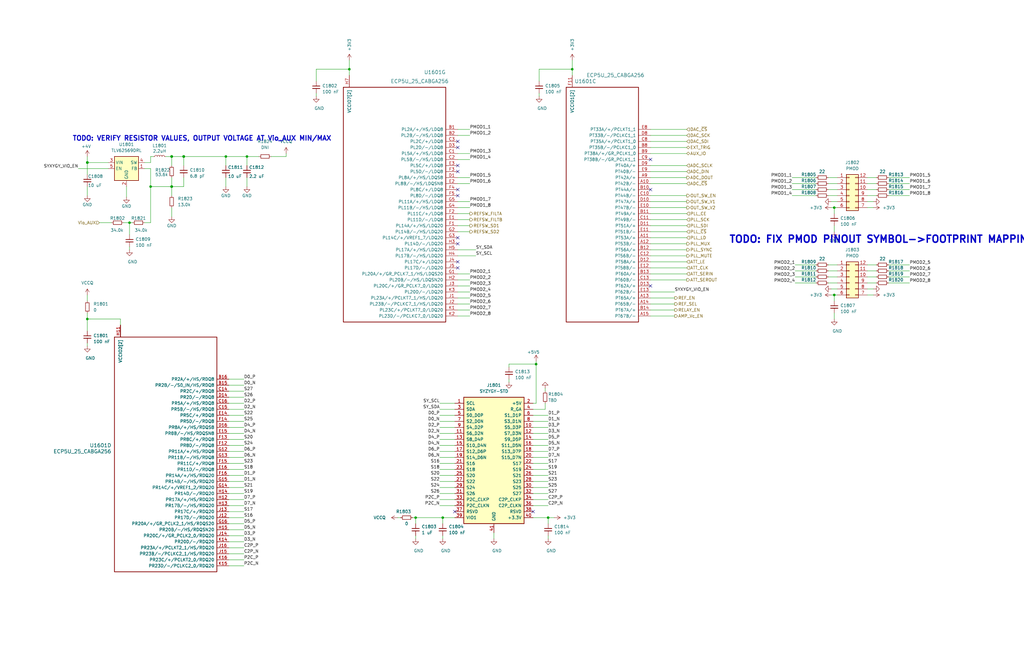
<source format=kicad_sch>
(kicad_sch (version 20211123) (generator eeschema)
  (paper "B")
  (junction (at 36.83 68.58) (diameter 1.016))
  (junction (at 231.14 218.44) (diameter 0.9144))
  (junction (at 226.06 153.67) (diameter 0.9144))
  (junction (at 186.69 218.44) (diameter 0.9144))
  (junction (at 241.3 29.21) (diameter 0.9144))
  (junction (at 104.14 66.04) (diameter 0.9144))
  (junction (at 77.47 66.04) (diameter 1.016))
  (junction (at 63.5 78.74) (diameter 0.9144))
  (junction (at 95.25 66.04) (diameter 0.9144))
  (junction (at 351.79 87.63) (diameter 0.9144))
  (junction (at 72.39 66.04) (diameter 1.016))
  (junction (at 36.83 134.62) (diameter 0.9144))
  (junction (at 54.61 93.98) (diameter 0.9144))
  (junction (at 72.39 78.74) (diameter 1.016))
  (junction (at 147.32 29.21) (diameter 0.9144))
  (junction (at 175.26 218.44) (diameter 0.9144))
  (junction (at 351.79 124.46) (diameter 0.9144))
  (no_connect (at 274.32 120.65))
  (no_connect (at 193.04 59.69))
  (no_connect (at 193.04 62.23))
  (no_connect (at 193.04 69.85))
  (no_connect (at 193.04 72.39))
  (no_connect (at 193.04 80.01))
  (no_connect (at 193.04 82.55))
  (no_connect (at 193.04 100.33))
  (no_connect (at 193.04 102.87))
  (no_connect (at 193.04 110.49))
  (no_connect (at 193.04 113.03))
  (no_connect (at 191.77 215.9))
  (no_connect (at 224.79 215.9))
  (no_connect (at 274.32 67.31))
  (no_connect (at 274.32 80.01))
  (wire (pts (xy 36.83 78.74) (xy 36.83 82.55)))
  (wire (pts (xy 96.52 228.6) (xy 102.87 228.6)))
  (wire (pts (xy 96.52 182.88) (xy 102.87 182.88)))
  (wire (pts (xy 96.52 177.8) (xy 102.87 177.8)))
  (wire (pts (xy 96.52 172.72) (xy 102.87 172.72)))
  (wire (pts (xy 185.42 198.12) (xy 191.77 198.12)))
  (wire (pts (xy 96.52 220.98) (xy 102.87 220.98)))
  (wire (pts (xy 224.79 205.74) (xy 231.14 205.74)))
  (wire (pts (xy 274.32 72.39) (xy 289.56 72.39)))
  (wire (pts (xy 96.52 200.66) (xy 102.87 200.66)))
  (wire (pts (xy 274.32 77.47) (xy 289.56 77.47)))
  (wire (pts (xy 289.56 115.57) (xy 274.32 115.57)))
  (wire (pts (xy 274.32 100.33) (xy 289.56 100.33)))
  (wire (pts (xy 274.32 87.63) (xy 289.56 87.63)))
  (wire (pts (xy 334.01 80.01) (xy 344.17 80.01)))
  (wire (pts (xy 96.52 167.64) (xy 102.87 167.64)))
  (wire (pts (xy 185.42 203.2) (xy 191.77 203.2)))
  (wire (pts (xy 214.63 153.67) (xy 226.06 153.67)))
  (wire (pts (xy 214.63 154.94) (xy 214.63 153.67)))
  (wire (pts (xy 95.25 66.04) (xy 104.14 66.04)))
  (wire (pts (xy 104.14 66.04) (xy 109.22 66.04)))
  (wire (pts (xy 365.76 80.01) (xy 369.57 80.01)))
  (wire (pts (xy 96.52 238.76) (xy 102.87 238.76)))
  (wire (pts (xy 185.42 205.74) (xy 191.77 205.74)))
  (wire (pts (xy 96.52 195.58) (xy 102.87 195.58)))
  (wire (pts (xy 274.32 62.23) (xy 289.56 62.23)))
  (wire (pts (xy 198.12 77.47) (xy 193.04 77.47)))
  (wire (pts (xy 350.52 87.63) (xy 351.79 87.63)))
  (wire (pts (xy 351.79 87.63) (xy 353.06 87.63)))
  (wire (pts (xy 374.65 77.47) (xy 383.54 77.47)))
  (wire (pts (xy 36.83 134.62) (xy 36.83 139.7)))
  (wire (pts (xy 198.12 130.81) (xy 193.04 130.81)))
  (wire (pts (xy 224.79 190.5) (xy 231.14 190.5)))
  (wire (pts (xy 274.32 133.35) (xy 284.48 133.35)))
  (wire (pts (xy 353.06 116.84) (xy 349.25 116.84)))
  (wire (pts (xy 224.79 175.26) (xy 231.14 175.26)))
  (wire (pts (xy 334.01 77.47) (xy 344.17 77.47)))
  (wire (pts (xy 167.64 218.44) (xy 168.91 218.44)))
  (wire (pts (xy 95.25 66.04) (xy 95.25 69.85)))
  (wire (pts (xy 365.76 121.92) (xy 368.3 121.92)))
  (wire (pts (xy 96.52 223.52) (xy 102.87 223.52)))
  (wire (pts (xy 241.3 25.4) (xy 241.3 29.21)))
  (wire (pts (xy 365.76 114.3) (xy 369.57 114.3)))
  (wire (pts (xy 353.06 77.47) (xy 349.25 77.47)))
  (wire (pts (xy 365.76 87.63) (xy 368.3 87.63)))
  (wire (pts (xy 365.76 74.93) (xy 369.57 74.93)))
  (wire (pts (xy 193.04 90.17) (xy 198.12 90.17)))
  (wire (pts (xy 185.42 175.26) (xy 191.77 175.26)))
  (wire (pts (xy 36.83 144.78) (xy 36.83 146.05)))
  (wire (pts (xy 229.87 163.83) (xy 229.87 165.1)))
  (wire (pts (xy 185.42 185.42) (xy 191.77 185.42)))
  (wire (pts (xy 185.42 187.96) (xy 191.77 187.96)))
  (wire (pts (xy 63.5 66.04) (xy 64.77 66.04)))
  (wire (pts (xy 224.79 213.36) (xy 231.14 213.36)))
  (wire (pts (xy 36.83 68.58) (xy 45.72 68.58)))
  (wire (pts (xy 96.52 233.68) (xy 102.87 233.68)))
  (wire (pts (xy 193.04 107.95) (xy 200.66 107.95)))
  (wire (pts (xy 224.79 200.66) (xy 231.14 200.66)))
  (wire (pts (xy 53.34 78.74) (xy 53.34 83.185)))
  (wire (pts (xy 224.79 185.42) (xy 231.14 185.42)))
  (wire (pts (xy 351.79 132.08) (xy 351.79 134.62)))
  (wire (pts (xy 96.52 165.1) (xy 102.87 165.1)))
  (wire (pts (xy 198.12 115.57) (xy 193.04 115.57)))
  (wire (pts (xy 274.32 102.87) (xy 289.56 102.87)))
  (wire (pts (xy 96.52 190.5) (xy 102.87 190.5)))
  (wire (pts (xy 186.69 226.06) (xy 186.69 227.33)))
  (wire (pts (xy 198.12 120.65) (xy 193.04 120.65)))
  (wire (pts (xy 374.65 82.55) (xy 383.54 82.55)))
  (wire (pts (xy 120.65 64.77) (xy 120.65 66.04)))
  (wire (pts (xy 120.65 66.04) (xy 114.3 66.04)))
  (wire (pts (xy 36.83 132.08) (xy 36.83 134.62)))
  (wire (pts (xy 274.32 123.19) (xy 284.48 123.19)))
  (wire (pts (xy 365.76 124.46) (xy 368.3 124.46)))
  (wire (pts (xy 198.12 123.19) (xy 193.04 123.19)))
  (wire (pts (xy 185.42 182.88) (xy 191.77 182.88)))
  (wire (pts (xy 72.39 66.04) (xy 77.47 66.04)))
  (wire (pts (xy 96.52 231.14) (xy 102.87 231.14)))
  (wire (pts (xy 335.28 111.76) (xy 344.17 111.76)))
  (wire (pts (xy 96.52 203.2) (xy 102.87 203.2)))
  (wire (pts (xy 96.52 205.74) (xy 102.87 205.74)))
  (wire (pts (xy 365.76 116.84) (xy 369.57 116.84)))
  (wire (pts (xy 198.12 85.09) (xy 193.04 85.09)))
  (wire (pts (xy 224.79 195.58) (xy 231.14 195.58)))
  (wire (pts (xy 96.52 208.28) (xy 102.87 208.28)))
  (wire (pts (xy 60.96 93.98) (xy 63.5 93.98)))
  (wire (pts (xy 63.5 93.98) (xy 63.5 78.74)))
  (wire (pts (xy 185.42 180.34) (xy 191.77 180.34)))
  (wire (pts (xy 185.42 213.36) (xy 191.77 213.36)))
  (wire (pts (xy 350.52 121.92) (xy 353.06 121.92)))
  (wire (pts (xy 198.12 125.73) (xy 193.04 125.73)))
  (wire (pts (xy 104.14 66.04) (xy 104.14 69.85)))
  (wire (pts (xy 96.52 213.36) (xy 102.87 213.36)))
  (wire (pts (xy 52.07 93.98) (xy 54.61 93.98)))
  (wire (pts (xy 54.61 93.98) (xy 55.88 93.98)))
  (wire (pts (xy 175.26 226.06) (xy 175.26 227.33)))
  (wire (pts (xy 224.79 180.34) (xy 231.14 180.34)))
  (wire (pts (xy 241.3 29.21) (xy 241.3 31.75)))
  (wire (pts (xy 185.42 195.58) (xy 191.77 195.58)))
  (wire (pts (xy 274.32 82.55) (xy 289.56 82.55)))
  (wire (pts (xy 133.35 29.21) (xy 133.35 34.29)))
  (wire (pts (xy 353.06 119.38) (xy 349.25 119.38)))
  (wire (pts (xy 96.52 175.26) (xy 102.87 175.26)))
  (wire (pts (xy 231.14 218.44) (xy 231.14 220.98)))
  (wire (pts (xy 198.12 128.27) (xy 193.04 128.27)))
  (wire (pts (xy 63.5 71.12) (xy 60.96 71.12)))
  (wire (pts (xy 173.99 218.44) (xy 175.26 218.44)))
  (wire (pts (xy 185.42 177.8) (xy 191.77 177.8)))
  (wire (pts (xy 96.52 170.18) (xy 102.87 170.18)))
  (wire (pts (xy 274.32 92.71) (xy 289.56 92.71)))
  (wire (pts (xy 96.52 236.22) (xy 102.87 236.22)))
  (wire (pts (xy 208.28 224.79) (xy 208.28 227.33)))
  (wire (pts (xy 274.32 95.25) (xy 289.56 95.25)))
  (wire (pts (xy 41.91 93.98) (xy 46.99 93.98)))
  (wire (pts (xy 227.33 29.21) (xy 241.3 29.21)))
  (wire (pts (xy 274.32 107.95) (xy 289.56 107.95)))
  (wire (pts (xy 224.79 218.44) (xy 231.14 218.44)))
  (wire (pts (xy 231.14 218.44) (xy 233.68 218.44)))
  (wire (pts (xy 224.79 182.88) (xy 231.14 182.88)))
  (wire (pts (xy 274.32 57.15) (xy 289.56 57.15)))
  (wire (pts (xy 374.65 80.01) (xy 383.54 80.01)))
  (wire (pts (xy 198.12 74.93) (xy 193.04 74.93)))
  (wire (pts (xy 185.42 170.18) (xy 191.77 170.18)))
  (wire (pts (xy 351.79 87.63) (xy 351.79 90.17)))
  (wire (pts (xy 227.33 29.21) (xy 227.33 34.29)))
  (wire (pts (xy 147.32 29.21) (xy 147.32 31.75)))
  (wire (pts (xy 198.12 118.11) (xy 193.04 118.11)))
  (wire (pts (xy 226.06 152.4) (xy 226.06 153.67)))
  (wire (pts (xy 226.06 153.67) (xy 226.06 170.18)))
  (wire (pts (xy 226.06 170.18) (xy 224.79 170.18)))
  (wire (pts (xy 54.61 104.14) (xy 54.61 105.41)))
  (wire (pts (xy 224.79 203.2) (xy 231.14 203.2)))
  (wire (pts (xy 224.79 193.04) (xy 231.14 193.04)))
  (wire (pts (xy 193.04 97.79) (xy 198.12 97.79)))
  (wire (pts (xy 274.32 97.79) (xy 289.56 97.79)))
  (wire (pts (xy 274.32 85.09) (xy 289.56 85.09)))
  (wire (pts (xy 72.39 87.63) (xy 72.39 91.44)))
  (wire (pts (xy 353.06 82.55) (xy 349.25 82.55)))
  (wire (pts (xy 77.47 74.93) (xy 77.47 78.74)))
  (wire (pts (xy 96.52 160.02) (xy 102.87 160.02)))
  (wire (pts (xy 335.28 116.84) (xy 344.17 116.84)))
  (wire (pts (xy 185.42 172.72) (xy 191.77 172.72)))
  (wire (pts (xy 289.56 113.03) (xy 274.32 113.03)))
  (wire (pts (xy 274.32 64.77) (xy 289.56 64.77)))
  (wire (pts (xy 274.32 105.41) (xy 289.56 105.41)))
  (wire (pts (xy 96.52 218.44) (xy 102.87 218.44)))
  (wire (pts (xy 36.83 66.04) (xy 36.83 68.58)))
  (wire (pts (xy 193.04 105.41) (xy 200.66 105.41)))
  (wire (pts (xy 77.47 66.04) (xy 95.25 66.04)))
  (wire (pts (xy 198.12 67.31) (xy 193.04 67.31)))
  (wire (pts (xy 374.65 114.3) (xy 383.54 114.3)))
  (wire (pts (xy 214.63 160.02) (xy 214.63 161.29)))
  (wire (pts (xy 72.39 78.74) (xy 63.5 78.74)))
  (wire (pts (xy 353.06 74.93) (xy 349.25 74.93)))
  (wire (pts (xy 374.65 111.76) (xy 383.54 111.76)))
  (wire (pts (xy 224.79 198.12) (xy 231.14 198.12)))
  (wire (pts (xy 198.12 54.61) (xy 193.04 54.61)))
  (wire (pts (xy 374.65 119.38) (xy 383.54 119.38)))
  (wire (pts (xy 96.52 185.42) (xy 102.87 185.42)))
  (wire (pts (xy 69.85 66.04) (xy 72.39 66.04)))
  (wire (pts (xy 351.79 95.25) (xy 351.79 97.79)))
  (wire (pts (xy 350.52 85.09) (xy 353.06 85.09)))
  (wire (pts (xy 77.47 78.74) (xy 72.39 78.74)))
  (wire (pts (xy 353.06 80.01) (xy 349.25 80.01)))
  (wire (pts (xy 72.39 78.74) (xy 72.39 82.55)))
  (wire (pts (xy 72.39 66.04) (xy 72.39 69.85)))
  (wire (pts (xy 224.79 208.28) (xy 231.14 208.28)))
  (wire (pts (xy 96.52 215.9) (xy 102.87 215.9)))
  (wire (pts (xy 54.61 93.98) (xy 54.61 99.06)))
  (wire (pts (xy 96.52 180.34) (xy 102.87 180.34)))
  (wire (pts (xy 33.02 71.12) (xy 45.72 71.12)))
  (wire (pts (xy 274.32 130.81) (xy 284.48 130.81)))
  (wire (pts (xy 227.33 39.37) (xy 227.33 40.64)))
  (wire (pts (xy 198.12 57.15) (xy 193.04 57.15)))
  (wire (pts (xy 353.06 114.3) (xy 349.25 114.3)))
  (wire (pts (xy 186.69 218.44) (xy 186.69 220.98)))
  (wire (pts (xy 185.42 210.82) (xy 191.77 210.82)))
  (wire (pts (xy 104.14 74.93) (xy 104.14 78.74)))
  (wire (pts (xy 36.83 134.62) (xy 50.8 134.62)))
  (wire (pts (xy 374.65 74.93) (xy 383.54 74.93)))
  (wire (pts (xy 63.5 66.04) (xy 63.5 68.58)))
  (wire (pts (xy 95.25 74.93) (xy 95.25 78.74)))
  (wire (pts (xy 365.76 111.76) (xy 369.57 111.76)))
  (wire (pts (xy 96.52 162.56) (xy 102.87 162.56)))
  (wire (pts (xy 36.83 124.46) (xy 36.83 127)))
  (wire (pts (xy 274.32 125.73) (xy 284.48 125.73)))
  (wire (pts (xy 96.52 198.12) (xy 102.87 198.12)))
  (wire (pts (xy 175.26 218.44) (xy 175.26 220.98)))
  (wire (pts (xy 274.32 128.27) (xy 284.48 128.27)))
  (wire (pts (xy 96.52 226.06) (xy 102.87 226.06)))
  (wire (pts (xy 224.79 177.8) (xy 231.14 177.8)))
  (wire (pts (xy 365.76 77.47) (xy 369.57 77.47)))
  (wire (pts (xy 350.52 124.46) (xy 351.79 124.46)))
  (wire (pts (xy 351.79 124.46) (xy 353.06 124.46)))
  (wire (pts (xy 133.35 29.21) (xy 147.32 29.21)))
  (wire (pts (xy 335.28 119.38) (xy 344.17 119.38)))
  (wire (pts (xy 365.76 82.55) (xy 369.57 82.55)))
  (wire (pts (xy 175.26 218.44) (xy 186.69 218.44)))
  (wire (pts (xy 186.69 218.44) (xy 191.77 218.44)))
  (wire (pts (xy 147.32 25.4) (xy 147.32 29.21)))
  (wire (pts (xy 374.65 116.84) (xy 383.54 116.84)))
  (wire (pts (xy 351.79 124.46) (xy 351.79 127)))
  (wire (pts (xy 96.52 193.04) (xy 102.87 193.04)))
  (wire (pts (xy 289.56 118.11) (xy 274.32 118.11)))
  (wire (pts (xy 335.28 114.3) (xy 344.17 114.3)))
  (wire (pts (xy 198.12 133.35) (xy 193.04 133.35)))
  (wire (pts (xy 50.8 134.62) (xy 50.8 137.16)))
  (wire (pts (xy 96.52 210.82) (xy 102.87 210.82)))
  (wire (pts (xy 133.35 39.37) (xy 133.35 40.64)))
  (wire (pts (xy 274.32 54.61) (xy 289.56 54.61)))
  (wire (pts (xy 231.14 226.06) (xy 231.14 227.33)))
  (wire (pts (xy 63.5 78.74) (xy 63.5 71.12)))
  (wire (pts (xy 185.42 193.04) (xy 191.77 193.04)))
  (wire (pts (xy 365.76 85.09) (xy 368.3 85.09)))
  (wire (pts (xy 353.06 111.76) (xy 349.25 111.76)))
  (wire (pts (xy 224.79 210.82) (xy 231.14 210.82)))
  (wire (pts (xy 96.52 187.96) (xy 102.87 187.96)))
  (wire (pts (xy 224.79 187.96) (xy 231.14 187.96)))
  (wire (pts (xy 185.42 200.66) (xy 191.77 200.66)))
  (wire (pts (xy 198.12 87.63) (xy 193.04 87.63)))
  (wire (pts (xy 274.32 90.17) (xy 289.56 90.17)))
  (wire (pts (xy 365.76 119.38) (xy 369.57 119.38)))
  (wire (pts (xy 185.42 190.5) (xy 191.77 190.5)))
  (wire (pts (xy 77.47 66.04) (xy 77.47 69.85)))
  (wire (pts (xy 274.32 59.69) (xy 289.56 59.69)))
  (wire (pts (xy 193.04 92.71) (xy 198.12 92.71)))
  (wire (pts (xy 334.01 82.55) (xy 344.17 82.55)))
  (wire (pts (xy 274.32 74.93) (xy 289.56 74.93)))
  (wire (pts (xy 36.83 68.58) (xy 36.83 73.66)))
  (wire (pts (xy 193.04 95.25) (xy 198.12 95.25)))
  (wire (pts (xy 198.12 64.77) (xy 193.04 64.77)))
  (wire (pts (xy 274.32 69.85) (xy 289.56 69.85)))
  (wire (pts (xy 72.39 74.93) (xy 72.39 78.74)))
  (wire (pts (xy 63.5 68.58) (xy 60.96 68.58)))
  (wire (pts (xy 224.79 172.72) (xy 229.87 172.72)))
  (wire (pts (xy 229.87 172.72) (xy 229.87 170.18)))
  (wire (pts (xy 289.56 110.49) (xy 274.32 110.49)))
  (wire (pts (xy 334.01 74.93) (xy 344.17 74.93)))
  (wire (pts (xy 185.42 208.28) (xy 191.77 208.28)))
  (text "TODO: FIX PMOD PINOUT SYMBOL->FOOTPRINT MAPPING" (at 307.34 102.87 0) (effects (font (size 3 3) (thickness 0.6) bold) (justify left bottom)))
  (text "TODO: VERIFY RESISTOR VALUES, OUTPUT VOLTAGE AT Vio_AUX MIN/MAX" (at 30.48 59.69 0) (effects (font (size 2 2) (thickness 0.4) bold) (justify left bottom)))
  (label "S20" (at 102.87 185.42 0))
  (label "PMOD1_3" (at 334.01 80.01 180))
  (label "SYXYGY_VIO_EN" (at 284.48 123.19 0))
  (label "S22" (at 102.87 175.26 0))
  (label "PMOD2_8" (at 383.54 119.38 0))
  (label "PMOD2_3" (at 198.12 120.65 0))
  (label "D3_P" (at 102.87 226.06 0))
  (label "PMOD1_5" (at 383.54 74.93 0))
  (label "S23" (at 102.87 195.58 0))
  (label "SY_SCL" (at 200.66 107.95 0))
  (label "PMOD1_8" (at 198.12 87.63 0))
  (label "S26" (at 185.42 208.28 180))
  (label "PMOD1_1" (at 334.01 74.93 180))
  (label "D1_P" (at 102.87 200.66 0))
  (label "PMOD2_6" (at 198.12 128.27 0))
  (label "P2C_P" (at 102.87 236.22 0))
  (label "S17" (at 102.87 215.9 0))
  (label "D1_N" (at 102.87 203.2 0))
  (label "D4_N" (at 102.87 182.88 0))
  (label "PMOD1_2" (at 334.01 77.47 180))
  (label "D6_P" (at 185.42 190.5 180))
  (label "C2P_P" (at 102.87 231.14 0))
  (label "PMOD1_3" (at 198.12 64.77 0))
  (label "PMOD1_5" (at 198.12 74.93 0))
  (label "PMOD2_5" (at 383.54 111.76 0))
  (label "D4_P" (at 102.87 180.34 0))
  (label "PMOD2_1" (at 335.28 111.76 180))
  (label "S18" (at 102.87 198.12 0))
  (label "S24" (at 185.42 205.74 180))
  (label "C2P_N" (at 231.14 213.36 0))
  (label "PMOD2_4" (at 335.28 119.38 180))
  (label "SY_SDA" (at 185.42 172.72 180))
  (label "PMOD2_1" (at 198.12 115.57 0))
  (label "D6_P" (at 102.87 190.5 0))
  (label "S25" (at 231.14 205.74 0))
  (label "S16" (at 185.42 195.58 180))
  (label "PMOD2_5" (at 198.12 125.73 0))
  (label "D7_P" (at 102.87 210.82 0))
  (label "P2C_N" (at 102.87 238.76 0))
  (label "S19" (at 231.14 198.12 0))
  (label "D1_P" (at 231.14 175.26 0))
  (label "S25" (at 102.87 177.8 0))
  (label "C2P_P" (at 231.14 210.82 0))
  (label "PMOD2_2" (at 335.28 114.3 180))
  (label "P2C_N" (at 185.42 213.36 180))
  (label "PMOD1_7" (at 198.12 85.09 0))
  (label "S26" (at 102.87 167.64 0))
  (label "PMOD1_4" (at 334.01 82.55 180))
  (label "PMOD1_6" (at 383.54 77.47 0))
  (label "S22" (at 185.42 203.2 180))
  (label "S17" (at 231.14 195.58 0))
  (label "S20" (at 185.42 200.66 180))
  (label "PMOD1_6" (at 198.12 77.47 0))
  (label "D5_N" (at 102.87 223.52 0))
  (label "D7_P" (at 231.14 190.5 0))
  (label "S19" (at 102.87 208.28 0))
  (label "PMOD2_8" (at 198.12 133.35 0))
  (label "D2_N" (at 102.87 172.72 0))
  (label "D5_P" (at 231.14 185.42 0))
  (label "D5_N" (at 231.14 187.96 0))
  (label "D2_P" (at 185.42 180.34 180))
  (label "S24" (at 102.87 187.96 0))
  (label "PMOD1_8" (at 383.54 82.55 0))
  (label "D1_N" (at 231.14 177.8 0))
  (label "S21" (at 102.87 205.74 0))
  (label "D7_N" (at 231.14 193.04 0))
  (label "D3_P" (at 231.14 180.34 0))
  (label "C2P_N" (at 102.87 233.68 0))
  (label "PMOD1_2" (at 198.12 57.15 0))
  (label "S21" (at 231.14 200.66 0))
  (label "D2_P" (at 102.87 170.18 0))
  (label "D4_P" (at 185.42 185.42 180))
  (label "PMOD2_7" (at 198.12 130.81 0))
  (label "PMOD2_2" (at 198.12 118.11 0))
  (label "P2C_P" (at 185.42 210.82 180))
  (label "S16" (at 102.87 218.44 0))
  (label "PMOD1_4" (at 198.12 67.31 0))
  (label "D6_N" (at 185.42 193.04 180))
  (label "D6_N" (at 102.87 193.04 0))
  (label "PMOD1_1" (at 198.12 54.61 0))
  (label "D0_N" (at 185.42 177.8 180))
  (label "S23" (at 231.14 203.2 0))
  (label "S27" (at 231.14 208.28 0))
  (label "D0_P" (at 185.42 175.26 180))
  (label "D0_N" (at 102.87 162.56 0))
  (label "PMOD2_6" (at 383.54 114.3 0))
  (label "SY_SCL" (at 185.42 170.18 180))
  (label "PMOD2_3" (at 335.28 116.84 180))
  (label "D0_P" (at 102.87 160.02 0))
  (label "SY_SDA" (at 200.66 105.41 0))
  (label "D4_N" (at 185.42 187.96 180))
  (label "D7_N" (at 102.87 213.36 0))
  (label "D5_P" (at 102.87 220.98 0))
  (label "D3_N" (at 102.87 228.6 0))
  (label "S27" (at 102.87 165.1 0))
  (label "SYXYGY_VIO_EN" (at 33.02 71.12 180))
  (label "PMOD1_7" (at 383.54 80.01 0))
  (label "PMOD2_4" (at 198.12 123.19 0))
  (label "PMOD2_7" (at 383.54 116.84 0))
  (label "D2_N" (at 185.42 182.88 180))
  (label "S18" (at 185.42 198.12 180))
  (label "D3_N" (at 231.14 182.88 0))
  (hierarchical_label "DAC_~{CS}" (shape input) (at 289.56 54.61 0))
  (hierarchical_label "AUX_IO" (shape bidirectional) (at 289.56 64.77 0))
  (hierarchical_label "ATT_LE" (shape input) (at 289.56 110.49 0))
  (hierarchical_label "EXT_TRIG" (shape bidirectional) (at 289.56 62.23 0))
  (hierarchical_label "REFSW_SD2" (shape output) (at 198.12 97.79 0))
  (hierarchical_label "ATT_SEROUT" (shape output) (at 289.56 118.11 0))
  (hierarchical_label "ADC_SCLK" (shape input) (at 289.56 69.85 0))
  (hierarchical_label "DAC_SDI" (shape input) (at 289.56 59.69 0))
  (hierarchical_label "PLL_~{CS}" (shape input) (at 289.56 97.79 0))
  (hierarchical_label "REFSW_SD1" (shape output) (at 198.12 95.25 0))
  (hierarchical_label "PLL_LD" (shape input) (at 289.56 100.33 0))
  (hierarchical_label "REFSW_FILTA" (shape output) (at 198.12 90.17 0))
  (hierarchical_label "ADC_~{CS}" (shape input) (at 289.56 77.47 0))
  (hierarchical_label "ADC_DOUT" (shape output) (at 289.56 74.93 0))
  (hierarchical_label "PLL_MUTE" (shape output) (at 289.56 107.95 0))
  (hierarchical_label "REF_SEL" (shape output) (at 284.48 128.27 0))
  (hierarchical_label "PLL_MUX" (shape output) (at 289.56 102.87 0))
  (hierarchical_label "PLL_SYNC" (shape output) (at 289.56 105.41 0))
  (hierarchical_label "PLL_CE" (shape input) (at 289.56 90.17 0))
  (hierarchical_label "AMP_Vc_EN" (shape output) (at 284.48 133.35 0))
  (hierarchical_label "OUT_SW_EN" (shape output) (at 289.56 82.55 0))
  (hierarchical_label "RELAY_EN" (shape output) (at 284.48 130.81 0))
  (hierarchical_label "ADC_DIN" (shape input) (at 289.56 72.39 0))
  (hierarchical_label "REFSW_FILTB" (shape output) (at 198.12 92.71 0))
  (hierarchical_label "PLL_SDI" (shape input) (at 289.56 95.25 0))
  (hierarchical_label "PLL_SCK" (shape input) (at 289.56 92.71 0))
  (hierarchical_label "REF_EN" (shape output) (at 284.48 125.73 0))
  (hierarchical_label "ATT_SERIN" (shape input) (at 289.56 115.57 0))
  (hierarchical_label "OUT_SW_V2" (shape output) (at 289.56 87.63 0))
  (hierarchical_label "DAC_SCK" (shape input) (at 289.56 57.15 0))
  (hierarchical_label "OUT_SW_V1" (shape output) (at 289.56 85.09 0))
  (hierarchical_label "Vio_AUX" (shape input) (at 41.91 93.98 180))
  (hierarchical_label "ATT_CLK" (shape input) (at 289.56 113.03 0))
  (symbol (lib_id "power:GND") (at 36.83 82.55 0) (unit 1)
    (property "Reference" "#PWR01803" (effects hide))
    (property "Value" "GND" (at 36.83 86.36 0))
  )
  (symbol (lib_id "power:+3V3") (at 147.32 25.4 0) (unit 1)
    (property "Reference" "#PWR01805" (effects hide))
    (property "Value" "+3V3" (at 147.32 21.59 90) (effects (justify left)))
  )
  (symbol (lib_id "power:GND") (at 72.39 91.44 0) (unit 1)
    (property "Reference" "#PWR01828" (effects hide))
    (property "Value" "GND" (at 72.39 95.25 0))
  )
  (symbol (lib_id "power:GND") (at 350.52 121.92 270) (unit 1)
    (property "Reference" "#PWR01817" (effects hide))
    (property "Value" "GND" (effects hide))
  )
  (symbol (lib_id "Device:C_Small") (at 351.79 92.71 0) (unit 1)
    (property "Reference" "C1806" (at 354.33 92.0749 0) (effects (justify left)))
    (property "Value" "100 nF" (at 354.33 94.6149 0) (effects (justify left)))
    (property "Footprint" "Capacitor_SMD:C_0402_1005Metric" (effects hide))
  )
  (symbol (lib_id "power:GND") (at 231.14 227.33 0) (unit 1)
    (property "Reference" "#PWR0109" (effects hide))
    (property "Value" "GND" (at 232.41 232.41 0))
  )
  (symbol (lib_id "Device:R_Small") (at 346.71 82.55 270) (mirror x) (unit 1)
    (property "Reference" "R1808" (at 344.17 81.28 90) (effects (justify right)))
    (property "Value" "22" (effects hide))
    (property "Footprint" "Resistor_SMD:R_0402_1005Metric" (effects hide))
    (property "Source" "ANY" (effects hide))
    (property "Key" "res-0402-10k" (effects hide))
  )
  (symbol (lib_id "vna_mm:SYZYGY-STD") (at 208.28 191.77 0) (unit 1)
    (property "Reference" "J1801" (at 208.28 162.56 0))
    (property "Value" "SYZYGY-STD" (at 208.28 165.1 0))
    (property "Footprint" "vna_mm:SYZYGY_standard_carrier" (effects hide))
  )
  (symbol (lib_id "Device:R_Small") (at 346.71 74.93 270) (mirror x) (unit 1)
    (property "Reference" "R1805" (at 344.17 73.66 90) (effects (justify right)))
    (property "Value" "22" (at 347.98 72.39 90) (effects (justify right)))
    (property "Footprint" "Resistor_SMD:R_0402_1005Metric" (effects hide))
    (property "Source" "ANY" (effects hide))
    (property "Key" "res-0402-10k" (effects hide))
  )
  (symbol (lib_id "power:GND") (at 368.3 121.92 90) (unit 1)
    (property "Reference" "#PWR01823" (effects hide))
    (property "Value" "GND" (effects hide))
  )
  (symbol (lib_id "power:GND") (at 186.69 227.33 0) (unit 1)
    (property "Reference" "#PWR01808" (effects hide))
    (property "Value" "GND" (at 187.96 232.41 0))
  )
  (symbol (lib_id "Device:C_Small") (at 214.63 157.48 0) (unit 1)
    (property "Reference" "C1813" (at 217.17 156.8449 0) (effects (justify left)))
    (property "Value" "100 nF" (at 217.17 159.3849 0) (effects (justify left)))
    (property "Footprint" "Capacitor_SMD:C_0402_1005Metric" (effects hide))
  )
  (symbol (lib_id "Device:C_Small") (at 175.26 223.52 0) (unit 1)
    (property "Reference" "C1803" (at 177.8 222.2499 0) (effects (justify left)))
    (property "Value" "1 uF" (at 177.8 224.7899 0) (effects (justify left)))
    (property "Footprint" "Capacitor_SMD:C_0402_1005Metric" (effects hide))
  )
  (symbol (lib_id "power:VCCQ") (at 36.83 124.46 0) (unit 1)
    (property "Reference" "#PWR01825" (effects hide))
    (property "Value" "VCCQ" (at 36.83 119.38 0))
  )
  (symbol (lib_id "power:GND") (at 368.3 85.09 90) (unit 1)
    (property "Reference" "#PWR01821" (effects hide))
    (property "Value" "GND" (effects hide))
  )
  (symbol (lib_id "Device:R_Small") (at 372.11 111.76 90) (unit 1)
    (property "Reference" "R1817" (at 374.65 110.49 90) (effects (justify right)))
    (property "Value" "22" (at 370.84 109.22 90) (effects (justify right)))
    (property "Footprint" "Resistor_SMD:R_0402_1005Metric" (effects hide))
    (property "Source" "ANY" (effects hide))
    (property "Key" "res-0402-10k" (effects hide))
  )
  (symbol (lib_id "Regulator_Switching:TLV62569DRL") (at 53.34 71.12 0) (unit 1)
    (property "Reference" "U1801" (at 53.34 60.96 0))
    (property "Value" "TLV62569DRL" (at 53.34 63.5 0))
    (property "Footprint" "Package_TO_SOT_SMD:SOT-563" (effects hide))
    (property "Datasheet" "http://www.ti.com/lit/ds/symlink/tlv62569.pdf" (effects hide))
  )
  (symbol (lib_id "Device:R_Small") (at 72.39 85.09 0) (unit 1)
    (property "Reference" "R1823" (at 74.93 83.8199 0) (effects (justify left)))
    (property "Value" "13.0k" (at 74.93 86.3599 0) (effects (justify left)))
    (property "Footprint" "Resistor_SMD:R_0402_1005Metric" (effects hide))
  )
  (symbol (lib_id "Connector_Generic:Conn_02x06_Counter_Clockwise") (at 358.14 80.01 0) (unit 1)
    (property "Reference" "J1802" (at 359.41 68.58 0))
    (property "Value" "PMOD" (at 359.41 71.12 0))
    (property "Footprint" "Connector_PinHeader_2.54mm:PinHeader_2x06_P2.54mm_Horizontal" (effects hide))
  )
  (symbol (lib_id "Device:C_Small") (at 104.14 72.39 0) (unit 1)
    (property "Reference" "C1812" (at 105.029 70.612 0) (effects (justify left)))
    (property "Value" "2.2 uF" (at 105.029 74.422 0) (effects (justify left)))
    (property "Footprint" "Capacitor_SMD:C_0603_1608Metric" (effects hide))
  )
  (symbol (lib_id "Device:R_Small") (at 372.11 77.47 90) (unit 1)
    (property "Reference" "R1814" (at 374.65 76.2 90) (effects (justify right)))
    (property "Value" "22" (effects hide))
    (property "Footprint" "Resistor_SMD:R_0402_1005Metric" (effects hide))
    (property "Source" "ANY" (effects hide))
    (property "Key" "res-0402-10k" (effects hide))
  )
  (symbol (lib_id "Device:C_Small") (at 227.33 36.83 0) (unit 1)
    (property "Reference" "C1805" (at 229.87 36.1949 0) (effects (justify left)))
    (property "Value" "100 nF" (at 229.87 38.7349 0) (effects (justify left)))
    (property "Footprint" "Capacitor_SMD:C_0402_1005Metric" (effects hide))
  )
  (symbol (lib_id "jtk_rf:ECP5U_25_CABGA256") (at 96.52 160.02 0) (mirror y) (unit 4)
    (property "Reference" "U1601" (at 46.99 187.96 0) (effects (font (size 1.524 1.524)) (justify left)))
    (property "Value" "ECP5U_25_CABGA256" (at 46.99 190.5 0) (effects (font (size 1.524 1.524)) (justify left)))
    (property "Footprint" "Package_BGA:BGA-256_14.0x14.0mm_Layout16x16_P0.8mm_Ball0.45mm_Pad0.32mm_NSMD" (effects hide))
    (property "manf#" "ECP5U_25" (effects hide))
  )
  (symbol (lib_id "Connector_Generic:Conn_02x06_Counter_Clockwise") (at 358.14 116.84 0) (unit 1)
    (property "Reference" "J1803" (at 359.41 105.41 0))
    (property "Value" "PMOD" (at 359.41 107.95 0))
    (property "Footprint" "Connector_PinHeader_2.54mm:PinHeader_2x06_P2.54mm_Horizontal" (effects hide))
  )
  (symbol (lib_id "power:GND") (at 208.28 227.33 0) (unit 1)
    (property "Reference" "#PWR01811" (effects hide))
    (property "Value" "GND" (at 209.55 232.41 0))
  )
  (symbol (lib_id "Device:R_Small") (at 58.42 93.98 90) (unit 1)
    (property "Reference" "R1821" (at 61.5949 92.075 90) (effects (justify left)))
    (property "Value" "34.0k" (at 62.2299 97.155 90) (effects (justify left)))
    (property "Footprint" "Resistor_SMD:R_0402_1005Metric" (effects hide))
  )
  (symbol (lib_id "Device:C_Small") (at 54.61 101.6 0) (unit 1)
    (property "Reference" "C1809" (at 57.15 100.9649 0) (effects (justify left)))
    (property "Value" "100 nF" (at 57.15 103.5049 0) (effects (justify left)))
    (property "Footprint" "Capacitor_SMD:C_0402_1005Metric" (effects hide))
  )
  (symbol (lib_id "Device:R_Small") (at 171.45 218.44 90) (unit 1)
    (property "Reference" "R1803" (at 170.18 215.9 90))
    (property "Value" "0" (at 171.45 220.98 90))
    (property "Footprint" "Resistor_SMD:R_0402_1005Metric" (effects hide))
  )
  (symbol (lib_id "Device:R_Small") (at 72.39 72.39 0) (unit 1)
    (property "Reference" "R1822" (at 65.405 71.7549 0) (effects (justify left)))
    (property "Value" "53.6k" (at 65.405 73.6599 0) (effects (justify left)))
    (property "Footprint" "Resistor_SMD:R_0402_1005Metric" (effects hide))
  )
  (symbol (lib_id "power:+3V3") (at 368.3 87.63 270) (unit 1)
    (property "Reference" "#PWR01822" (effects hide))
    (property "Value" "+3V3" (at 372.11 87.63 90) (effects (justify left)))
  )
  (symbol (lib_id "power:+3V3") (at 241.3 25.4 0) (unit 1)
    (property "Reference" "#PWR01810" (effects hide))
    (property "Value" "+3V3" (at 241.3 21.59 90) (effects (justify left)))
  )
  (symbol (lib_id "Device:R_Small") (at 229.87 167.64 180) (unit 1)
    (property "Reference" "R1804" (at 231.14 166.3699 0) (effects (justify right)))
    (property "Value" "TBD" (at 231.14 168.9099 0) (effects (justify right)))
    (property "Footprint" "Resistor_SMD:R_0402_1005Metric" (effects hide))
  )
  (symbol (lib_id "Device:R_Small") (at 372.11 74.93 90) (unit 1)
    (property "Reference" "R1813" (at 374.65 73.66 90) (effects (justify right)))
    (property "Value" "22" (at 370.84 72.39 90) (effects (justify right)))
    (property "Footprint" "Resistor_SMD:R_0402_1005Metric" (effects hide))
    (property "Source" "ANY" (effects hide))
    (property "Key" "res-0402-10k" (effects hide))
  )
  (symbol (lib_id "Device:R_Small") (at 49.53 93.98 90) (unit 1)
    (property "Reference" "R1802" (at 52.7049 92.075 90) (effects (justify left)))
    (property "Value" "34.0k" (at 52.0699 97.155 90) (effects (justify left)))
    (property "Footprint" "Resistor_SMD:R_0402_1005Metric" (effects hide))
  )
  (symbol (lib_id "Device:C_Small") (at 36.83 142.24 0) (unit 1)
    (property "Reference" "C1801" (at 39.37 141.6049 0) (effects (justify left)))
    (property "Value" "100 nF" (at 39.37 144.1449 0) (effects (justify left)))
    (property "Footprint" "Capacitor_SMD:C_0402_1005Metric" (effects hide))
  )
  (symbol (lib_id "power:GND") (at 53.34 83.185 0) (unit 1)
    (property "Reference" "#PWR01826" (effects hide))
    (property "Value" "GND" (at 53.34 86.995 0))
  )
  (symbol (lib_id "jtk_rf:ECP5U_25_CABGA256") (at 193.04 54.61 0) (mirror y) (unit 7)
    (property "Reference" "U1601" (at 187.96 30.48 0) (effects (font (size 1.524 1.524)) (justify left)))
    (property "Value" "ECP5U_25_CABGA256" (at 189.23 34.29 0) (effects (font (size 1.524 1.524)) (justify left)))
    (property "Footprint" "Package_BGA:BGA-256_14.0x14.0mm_Layout16x16_P0.8mm_Ball0.45mm_Pad0.32mm_NSMD" (effects hide))
    (property "manf#" "ECP5U_25" (effects hide))
  )
  (symbol (lib_id "Device:R_Small") (at 372.11 80.01 90) (unit 1)
    (property "Reference" "R1815" (at 374.65 78.74 90) (effects (justify right)))
    (property "Value" "22" (effects hide))
    (property "Footprint" "Resistor_SMD:R_0402_1005Metric" (effects hide))
    (property "Source" "ANY" (effects hide))
    (property "Key" "res-0402-10k" (effects hide))
  )
  (symbol (lib_id "Device:R_Small") (at 346.71 114.3 270) (mirror x) (unit 1)
    (property "Reference" "R1810" (at 344.17 113.03 90) (effects (justify right)))
    (property "Value" "22" (effects hide))
    (property "Footprint" "Resistor_SMD:R_0402_1005Metric" (effects hide))
    (property "Source" "ANY" (effects hide))
    (property "Key" "res-0402-10k" (effects hide))
  )
  (symbol (lib_id "power:+3V3") (at 350.52 87.63 90) (unit 1)
    (property "Reference" "#PWR01816" (effects hide))
    (property "Value" "+3V3" (at 346.71 87.63 90) (effects (justify left)))
  )
  (symbol (lib_id "Device:R_Small") (at 111.76 66.04 90) (unit 1)
    (property "Reference" "R1824" (at 111.76 59.69 90))
    (property "Value" "DNI" (at 111.76 62.23 90))
    (property "Footprint" "Resistor_SMD:R_0402_1005Metric" (effects hide))
  )
  (symbol (lib_id "power:GND") (at 133.35 40.64 0) (unit 1)
    (property "Reference" "#PWR01804" (effects hide))
    (property "Value" "GND" (at 134.62 45.72 0))
  )
  (symbol (lib_id "power:GND") (at 36.83 146.05 0) (unit 1)
    (property "Reference" "#PWR01802" (effects hide))
    (property "Value" "GND" (at 38.1 151.13 0))
  )
  (symbol (lib_id "power:GND") (at 175.26 227.33 0) (unit 1)
    (property "Reference" "#PWR01807" (effects hide))
    (property "Value" "GND" (at 176.53 232.41 0))
  )
  (symbol (lib_id "power:VCCQ") (at 167.64 218.44 90) (unit 1)
    (property "Reference" "#PWR01806" (effects hide))
    (property "Value" "VCCQ" (at 157.48 218.4399 90) (effects (justify right)))
  )
  (symbol (lib_id "power:GND") (at 227.33 40.64 0) (unit 1)
    (property "Reference" "#PWR01809" (effects hide))
    (property "Value" "GND" (at 228.6 45.72 0))
  )
  (symbol (lib_id "Device:C_Small") (at 231.14 223.52 0) (unit 1)
    (property "Reference" "C1814" (at 233.68 222.2499 0) (effects (justify left)))
    (property "Value" "100 nF" (at 233.68 224.7899 0) (effects (justify left)))
    (property "Footprint" "Capacitor_SMD:C_0402_1005Metric" (effects hide))
  )
  (symbol (lib_id "Device:C_Small") (at 351.79 129.54 0) (unit 1)
    (property "Reference" "C1807" (at 354.33 128.9049 0) (effects (justify left)))
    (property "Value" "100 nF" (at 354.33 131.4449 0) (effects (justify left)))
    (property "Footprint" "Capacitor_SMD:C_0402_1005Metric" (effects hide))
  )
  (symbol (lib_id "Device:C_Small") (at 133.35 36.83 0) (unit 1)
    (property "Reference" "C1802" (at 135.89 36.1949 0) (effects (justify left)))
    (property "Value" "100 nF" (at 135.89 38.7349 0) (effects (justify left)))
    (property "Footprint" "Capacitor_SMD:C_0402_1005Metric" (effects hide))
  )
  (symbol (lib_id "power:VCCQ") (at 120.65 64.77 0) (unit 1)
    (property "Reference" "#PWR01831" (effects hide))
    (property "Value" "VCCQ" (at 120.65 59.69 0))
  )
  (symbol (lib_id "jtk_rf:ECP5U_25_CABGA256") (at 274.32 54.61 0) (mirror y) (unit 3)
    (property "Reference" "U1601" (at 251.46 34.29 0) (effects (font (size 1.524 1.524)) (justify left)))
    (property "Value" "ECP5U_25_CABGA256" (at 271.78 31.75 0) (effects (font (size 1.524 1.524)) (justify left)))
    (property "Footprint" "Package_BGA:BGA-256_14.0x14.0mm_Layout16x16_P0.8mm_Ball0.45mm_Pad0.32mm_NSMD" (effects hide))
    (property "manf#" "ECP5U_25" (effects hide))
  )
  (symbol (lib_id "Device:R_Small") (at 346.71 111.76 270) (mirror x) (unit 1)
    (property "Reference" "R1809" (at 344.17 110.49 90) (effects (justify right)))
    (property "Value" "22" (at 347.98 109.22 90) (effects (justify right)))
    (property "Footprint" "Resistor_SMD:R_0402_1005Metric" (effects hide))
    (property "Source" "ANY" (effects hide))
    (property "Key" "res-0402-10k" (effects hide))
  )
  (symbol (lib_id "Device:C_Small") (at 77.47 72.39 0) (unit 1)
    (property "Reference" "C1810" (at 80.01 71.7549 0) (effects (justify left)))
    (property "Value" "6.8 pF" (at 80.01 74.2949 0) (effects (justify left)))
    (property "Footprint" "Capacitor_SMD:C_0402_1005Metric" (effects hide))
  )
  (symbol (lib_id "Device:R_Small") (at 372.11 116.84 90) (unit 1)
    (property "Reference" "R1819" (at 374.65 115.57 90) (effects (justify right)))
    (property "Value" "22" (effects hide))
    (property "Footprint" "Resistor_SMD:R_0402_1005Metric" (effects hide))
    (property "Source" "ANY" (effects hide))
    (property "Key" "res-0402-10k" (effects hide))
  )
  (symbol (lib_id "Device:R_Small") (at 372.11 82.55 90) (unit 1)
    (property "Reference" "R1816" (at 374.65 81.28 90) (effects (justify right)))
    (property "Value" "22" (effects hide))
    (property "Footprint" "Resistor_SMD:R_0402_1005Metric" (effects hide))
    (property "Source" "ANY" (effects hide))
    (property "Key" "res-0402-10k" (effects hide))
  )
  (symbol (lib_id "power:GND") (at 351.79 97.79 0) (unit 1)
    (property "Reference" "#PWR01819" (effects hide))
    (property "Value" "GND" (at 351.79 101.6 0))
  )
  (symbol (lib_id "jtk_rf:+5V5") (at 226.06 152.4 0) (unit 1) (in_bom no) (on_board no)
    (property "Reference" "#PWR0111" (effects hide))
    (property "Value" "+5V5" (at 222.25 148.5899 0) (effects (justify left)))
  )
  (symbol (lib_id "Device:R_Small") (at 36.83 129.54 0) (unit 1)
    (property "Reference" "R1801" (at 39.37 128.2699 0) (effects (justify left)))
    (property "Value" "0" (at 39.37 130.8099 0) (effects (justify left)))
    (property "Footprint" "Resistor_SMD:R_0402_1005Metric" (effects hide))
  )
  (symbol (lib_id "power:GND") (at 54.61 105.41 0) (unit 1)
    (property "Reference" "#PWR01827" (effects hide))
    (property "Value" "GND" (at 55.88 110.49 0))
  )
  (symbol (lib_id "Device:C_Small") (at 36.83 76.2 0) (unit 1)
    (property "Reference" "C1808" (at 37.084 74.422 0) (effects (justify left)))
    (property "Value" "10 uF" (at 37.084 78.232 0) (effects (justify left)))
    (property "Footprint" "Capacitor_SMD:C_0603_1608Metric" (effects hide))
  )
  (symbol (lib_id "Device:L_Small") (at 67.31 66.04 90) (unit 1)
    (property "Reference" "L1801" (at 67.31 61.4488 90))
    (property "Value" "2.2uH" (at 67.31 63.7475 90))
    (property "Footprint" "Inductor_SMD:L_0805_2012Metric" (effects hide))
    (property "Mfg" "Sunltech Tech" (effects hide))
    (property "PN" "SLM20122R2MIT" (effects hide))
  )
  (symbol (lib_id "power:+3V3") (at 233.68 218.44 270) (unit 1)
    (property "Reference" "#PWR01814" (effects hide))
    (property "Value" "+3V3" (at 237.49 218.44 90) (effects (justify left)))
  )
  (symbol (lib_id "power:GND") (at 95.25 78.74 0) (unit 1)
    (property "Reference" "#PWR01829" (effects hide))
    (property "Value" "GND" (at 95.25 82.55 0))
  )
  (symbol (lib_id "Device:R_Small") (at 346.71 80.01 270) (mirror x) (unit 1)
    (property "Reference" "R1807" (at 344.17 78.74 90) (effects (justify right)))
    (property "Value" "22" (effects hide))
    (property "Footprint" "Resistor_SMD:R_0402_1005Metric" (effects hide))
    (property "Source" "ANY" (effects hide))
    (property "Key" "res-0402-10k" (effects hide))
  )
  (symbol (lib_id "power:GND") (at 229.87 163.83 180) (unit 1)
    (property "Reference" "#PWR01813" (effects hide))
    (property "Value" "GND" (effects hide))
  )
  (symbol (lib_id "Device:R_Small") (at 346.71 119.38 270) (mirror x) (unit 1)
    (property "Reference" "R1812" (at 344.17 118.11 90) (effects (justify right)))
    (property "Value" "22" (effects hide))
    (property "Footprint" "Resistor_SMD:R_0402_1005Metric" (effects hide))
    (property "Source" "ANY" (effects hide))
    (property "Key" "res-0402-10k" (effects hide))
  )
  (symbol (lib_id "power:+4V") (at 36.83 66.04 0) (unit 1)
    (property "Reference" "#PWR01801" (effects hide))
    (property "Value" "+4V" (at 34.29 61.7854 0) (effects (justify left)))
  )
  (symbol (lib_id "power:GND") (at 350.52 85.09 270) (unit 1)
    (property "Reference" "#PWR01815" (effects hide))
    (property "Value" "GND" (effects hide))
  )
  (symbol (lib_id "power:+3V3") (at 368.3 124.46 270) (unit 1)
    (property "Reference" "#PWR01824" (effects hide))
    (property "Value" "+3V3" (at 372.11 124.46 90) (effects (justify left)))
  )
  (symbol (lib_id "Device:R_Small") (at 372.11 119.38 90) (unit 1)
    (property "Reference" "R1820" (at 374.65 118.11 90) (effects (justify right)))
    (property "Value" "22" (effects hide))
    (property "Footprint" "Resistor_SMD:R_0402_1005Metric" (effects hide))
    (property "Source" "ANY" (effects hide))
    (property "Key" "res-0402-10k" (effects hide))
  )
  (symbol (lib_id "power:GND") (at 214.63 161.29 0) (unit 1)
    (property "Reference" "#PWR0110" (effects hide))
    (property "Value" "GND" (effects hide))
  )
  (symbol (lib_id "Device:R_Small") (at 346.71 77.47 270) (mirror x) (unit 1)
    (property "Reference" "R1806" (at 344.17 76.2 90) (effects (justify right)))
    (property "Value" "22" (effects hide))
    (property "Footprint" "Resistor_SMD:R_0402_1005Metric" (effects hide))
    (property "Source" "ANY" (effects hide))
    (property "Key" "res-0402-10k" (effects hide))
  )
  (symbol (lib_id "power:GND") (at 104.14 78.74 0) (unit 1)
    (property "Reference" "#PWR01830" (effects hide))
    (property "Value" "GND" (at 104.14 82.55 0))
  )
  (symbol (lib_id "Device:C_Small") (at 95.25 72.39 0) (unit 1)
    (property "Reference" "C1811" (at 96.139 70.612 0) (effects (justify left)))
    (property "Value" "10 uF" (at 96.139 74.422 0) (effects (justify left)))
    (property "Footprint" "Capacitor_SMD:C_0603_1608Metric" (effects hide))
  )
  (symbol (lib_id "power:GND") (at 351.79 134.62 0) (unit 1)
    (property "Reference" "#PWR01820" (effects hide))
    (property "Value" "GND" (at 353.06 139.7 0))
  )
  (symbol (lib_id "power:+3V3") (at 350.52 124.46 90) (unit 1)
    (property "Reference" "#PWR01818" (effects hide))
    (property "Value" "+3V3" (at 346.71 124.46 90) (effects (justify left)))
  )
  (symbol (lib_id "Device:R_Small") (at 372.11 114.3 90) (unit 1)
    (property "Reference" "R1818" (at 374.65 113.03 90) (effects (justify right)))
    (property "Value" "22" (effects hide))
    (property "Footprint" "Resistor_SMD:R_0402_1005Metric" (effects hide))
    (property "Source" "ANY" (effects hide))
    (property "Key" "res-0402-10k" (effects hide))
  )
  (symbol (lib_id "Device:R_Small") (at 346.71 116.84 270) (mirror x) (unit 1)
    (property "Reference" "R1811" (at 344.17 115.57 90) (effects (justify right)))
    (property "Value" "22" (effects hide))
    (property "Footprint" "Resistor_SMD:R_0402_1005Metric" (effects hide))
    (property "Source" "ANY" (effects hide))
    (property "Key" "res-0402-10k" (effects hide))
  )
  (symbol (lib_id "Device:C_Small") (at 186.69 223.52 0) (unit 1)
    (property "Reference" "C1804" (at 189.23 222.2499 0) (effects (justify left)))
    (property "Value" "100 nF" (at 189.23 224.7899 0) (effects (justify left)))
    (property "Footprint" "Capacitor_SMD:C_0402_1005Metric" (effects hide))
  )
)
</source>
